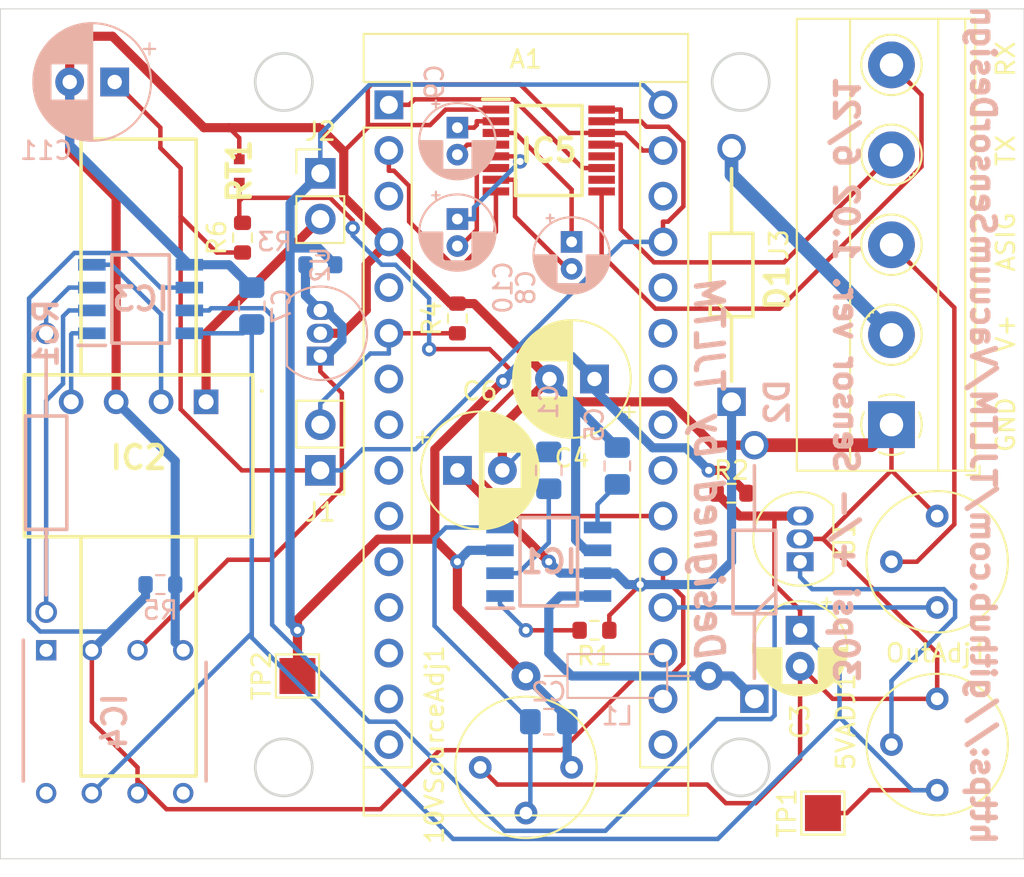
<source format=kicad_pcb>
(kicad_pcb (version 20211014) (generator pcbnew)
  (layers (0 "F.Cu" signal) (31 "B.Cu" signal) (34 "B.Paste" user) (35 "F.Paste" user) (36 "B.SilkS" user "B.Silkscreen") (37 "F.SilkS" user "F.Silkscreen") (38 "B.Mask" user) (39 "F.Mask" user) (44 "Edge.Cuts" user))
  (net 0 "")
  (net 1 "GND")
  (net 2 "Net-(C1-Pad1)")
  (net 3 "+10V")
  (net 4 "+VDC")
  (net 5 "Net-(10VSourceAdj1-Pad2)")
  (net 6 "Net-(IC1-Pad1)")
  (net 7 "Net-(D1-Pad2)")
  (net 8 "Net-(D2-Pad1)")
  (net 9 "Net-(IC2-Pad4)")
  (net 10 "Net-(IC2-Pad2)")
  (net 11 "Net-(IC2-Pad1)")
  (net 12 "+5V")
  (net 13 "Net-(C5-Pad1)")
  (net 14 "Net-(IC4-Pad3)")
  (net 15 "Net-(5VADJ1-Pad2)")
  (net 16 "Net-(A1-Pad27)")
  (net 17 "Net-(A1-Pad6)")
  (net 18 "Net-(A1-Pad20)")
  (net 19 "Net-(A1-Pad19)")
  (net 20 "Net-(A1-Pad2)")
  (net 21 "Net-(A1-Pad1)")
  (net 22 "Net-(C8-Pad2)")
  (net 23 "Net-(C8-Pad1)")
  (net 24 "Net-(C9-Pad2)")
  (net 25 "Net-(C9-Pad1)")
  (net 26 "Net-(C10-Pad2)")
  (net 27 "Net-(C10-Pad1)")
  (net 28 "Net-(IC3-Pad3)")
  (net 29 "Net-(IC3-Pad2)")
  (net 30 "Net-(IC5-Pad13)")
  (net 31 "Net-(IC5-Pad9)")
  (net 32 "Net-(J3-Pad3)")
  (net 33 "Net-(A1-Pad21)")
  (footprint "Capacitor_THT:CP_Radial_D5.0mm_P2.00mm" (layer "F.Cu") (at 120.65 114.3 -90)
    (fp_text reference "C3")
    (fp_text value "1uF")
  )
  (footprint "SamacSys_Parts:24PCDFA6D" (layer "F.Cu") (at 87.63 101.6)
    (fp_text reference "IC2")
    (fp_text value "24PCDFA6D" hide)
  )
  (footprint "Resistor_SMD:R_0603_1608Metric" (layer "F.Cu") (at 116.84 106.68 180)
    (fp_text reference "R2")
    (fp_text value "1k")
  )
  (footprint "Potentiometer_THT:Potentiometer_Bourns_3339P_Vertical" (layer "F.Cu") (at 128.27 123.19)
    (fp_text reference "5VADJ1")
    (fp_text value "20k")
  )
  (footprint "Potentiometer_THT:Potentiometer_Bourns_3339P_Vertical" (layer "F.Cu") (at 128.27 113.03)
    (fp_text reference "OutAdj1")
    (fp_text value "1M")
  )
  (footprint "Package_TO_SOT_THT:TO-92_Inline" (layer "F.Cu") (at 120.65 110.49 90)
    (fp_text reference "U1")
    (fp_text value "TL431LP")
  )
  (footprint "Capacitor_THT:CP_Radial_D6.3mm_P2.50mm" (layer "F.Cu") (at 109.22 100.33 180)
    (fp_text reference "C4")
    (fp_text value "120uf")
  )
  (footprint "Capacitor_THT:CP_Radial_D6.3mm_P2.50mm" (layer "F.Cu") (at 101.6 105.41)
    (fp_text reference "C6")
    (fp_text value "68uF")
  )
  (footprint "Potentiometer_THT:Potentiometer_Bourns_3339P_Vertical" (layer "F.Cu") (at 107.95 121.92 90)
    (fp_text reference "10VSourceAdj1")
    (fp_text value "10k")
  )
  (footprint "SamacSys_Parts:DIOAD1414W86L464D238" (layer "F.Cu") (at 116.84 101.6 90)
    (fp_text reference "D1")
    (fp_text value "1N5817" hide)
  )
  (footprint "Connector_PinHeader_2.54mm:PinHeader_1x02_P2.54mm_Vertical" (layer "F.Cu") (at 93.98 88.9)
    (fp_text reference "J2")
    (fp_text value "Conn_01x02")
  )
  (footprint "TestPoint:TestPoint_Pad_2.0x2.0mm" (layer "F.Cu") (at 92.71 116.84 90)
    (fp_text reference "TP2")
    (fp_text value "TestPoint")
  )
  (footprint "Resistor_SMD:R_0603_1608Metric" (layer "F.Cu") (at 109.22 114.3 180)
    (fp_text reference "R1")
    (fp_text value "10k")
  )
  (footprint "TestPoint:TestPoint_Pad_2.0x2.0mm" (layer "F.Cu") (at 121.92 124.46 90)
    (fp_text reference "TP1")
    (fp_text value "TestPoint")
  )
  (footprint "Module:Arduino_Nano" (layer "F.Cu") (at 97.79 85.09)
    (fp_text reference "A1")
    (fp_text value "Arduino_Nano_v3.x")
  )
  (footprint "SamacSys_Parts:SOP65P640X120-16N" (layer "F.Cu") (at 106.68 87.63)
    (fp_text reference "IC5")
    (fp_text value "SP3220EBEY-L_TR" hide)
  )
  (footprint "Connector_PinHeader_2.54mm:PinHeader_1x02_P2.54mm_Vertical" (layer "F.Cu") (at 93.98 105.41 180)
    (fp_text reference "J1")
    (fp_text value "Conn_01x02")
  )
  (footprint "TerminalBlock_Phoenix:TerminalBlock_Phoenix_MKDS-1,5-5_1x05_P5.00mm_Horizontal" (layer "F.Cu") (at 125.73 102.87 90)
    (fp_text reference "J3")
    (fp_text value "Screw_Terminal_01x05")
  )
  (footprint "Resistor_SMD:R_0603_1608Metric" (layer "F.Cu") (at 101.6 96.965 90)
    (fp_text reference "R4")
    (fp_text value "20k")
  )
  (footprint "Resistor_SMD:R_0603_1608Metric" (layer "F.Cu") (at 89.655 92.475 90)
    (fp_text reference "R6")
    (fp_text value "10k")
  )
  (footprint "SamacSys_Parts:THRMC1005X55N" (layer "F.Cu") (at 89.475 88.77 90)
    (fp_text reference "RT1")
    (fp_text value "NTCSP103JF103FT1S" hide)
  )
  (footprint "Capacitor_SMD:C_0805_2012Metric_Pad1.15x1.40mm_HandSolder" (layer "B.Cu") (at 90.17 96.275 90)
    (fp_text reference "C7")
    (fp_text value "100nF")
  )
  (footprint "SamacSys_Parts:SOIC127P600X175-8N" (layer "B.Cu") (at 83.991 95.885)
    (fp_text reference "IC3")
    (fp_text value "INA849DR" hide)
  )
  (footprint "SamacSys_Parts:DIP794W53P254L959H508Q8N" (layer "B.Cu") (at 82.55 119.38 -90)
    (fp_text reference "IC4")
    (fp_text value "TL071CP" hide)
  )
  (footprint "Resistor_SMD:R_0603_1608Metric" (layer "B.Cu") (at 93.98 93.98 180)
    (fp_text reference "R3")
    (fp_text value "1k")
  )
  (footprint "Resistor_SMD:R_0603_1608Metric" (layer "B.Cu") (at 85.09 111.76)
    (fp_text reference "R5")
    (fp_text value "10M")
  )
  (footprint "Package_TO_SOT_THT:TO-92_Inline" (layer "B.Cu") (at 93.98 99.06 90)
    (fp_text reference "U2")
    (fp_text value "TL431LP")
  )
  (footprint "Capacitor_SMD:C_0805_2012Metric_Pad1.15x1.40mm_HandSolder" (layer "B.Cu") (at 106.68 105.41 90)
    (fp_text reference "C1")
    (fp_text value "0.1uF")
  )
  (footprint "Capacitor_SMD:C_0805_2012Metric_Pad1.15x1.40mm_HandSolder" (layer "B.Cu") (at 106.68 119.38 180)
    (fp_text reference "C2")
    (fp_text value "33nF")
  )
  (footprint "Capacitor_SMD:C_0805_2012Metric_Pad1.15x1.40mm_HandSolder" (layer "B.Cu") (at 110.49 105.165 90)
    (fp_text reference "C5")
    (fp_text value "0.1uF")
  )
  (footprint "SamacSys_Parts:DIOAD1414W86L464D238" (layer "B.Cu") (at 118.11 118.11 90)
    (fp_text reference "D2")
    (fp_text value "1N5817" hide)
  )
  (footprint "SamacSys_Parts:SOIC127P600X175-8N" (layer "B.Cu") (at 106.68 110.49)
    (fp_text reference "IC1")
    (fp_text value "LM2597MX-ADJ_NOPB" hide)
  )
  (footprint "Inductor_THT:L_Axial_L5.3mm_D2.2mm_P10.16mm_Horizontal_Vishay_IM-1" (layer "B.Cu") (at 105.41 116.84)
    (fp_text reference "L1")
    (fp_text value "L")
  )
  (footprint "Capacitor_THT:CP_Radial_D4.0mm_P1.50mm" (layer "B.Cu") (at 107.95 92.71 -90)
    (fp_text reference "C8")
    (fp_text value "0.22uF")
  )
  (footprint "Capacitor_THT:CP_Radial_D4.0mm_P1.50mm" (layer "B.Cu") (at 101.6 86.36 -90)
    (fp_text reference "C9")
    (fp_text value "0.22uF")
  )
  (footprint "Capacitor_THT:CP_Radial_D4.0mm_P1.50mm" (layer "B.Cu") (at 101.6 91.44 -90)
    (fp_text reference "C10")
    (fp_text value "0.22uF")
  )
  (footprint "Capacitor_THT:CP_Radial_D6.3mm_P2.50mm" (layer "B.Cu") (at 82.55 83.82 180)
    (fp_text reference "C11")
    (fp_text value "0.1uF")
  )
  (footprint "SamacSys_Parts:RESAD1550W60L630D230" (layer "B.Cu") (at 78.74 97.79 -90)
    (fp_text reference "RG1")
    (fp_text value "YR1B665RCC" hide)
  )
  (gr_line (start 133.096 127) (end 133.096 79.756) (layer "Edge.Cuts") (width 0.05))
  (gr_line (start 76.2 79.756) (end 133.096 79.756) (layer "Edge.Cuts") (width 0.05))
  (gr_circle (center 91.948 121.92) (end 93.5355 121.92) (layer "Edge.Cuts") (width 0.15) (fill none))
  (gr_circle (center 91.948 83.82) (end 93.53804 83.82) (layer "Edge.Cuts") (width 0.15) (fill none))
  (gr_circle (center 117.348 83.82) (end 118.9355 83.82) (layer "Edge.Cuts") (width 0.15) (fill none))
  (gr_circle (center 117.348 121.92) (end 118.9355 121.92) (layer "Edge.Cuts") (width 0.15) (fill none))
  (gr_line (start 76.2 127) (end 76.2 79.756) (layer "Edge.Cuts") (width 0.05))
  (gr_line (start 76.2 127) (end 133.096 127) (layer "Edge.Cuts") (width 0.05))
  (gr_text "30psi +/- Sensor ver. 1.02 6/21" (at 123.19 100.33 -90) (layer "B.SilkS") (effects (font (size 1.27 1.27) (thickness 0.3)) (justify mirror)))
  (gr_text "Designed by TJLTM" (at 115.57 105.41 270) (layer "B.SilkS") (effects (font (size 1.5 1.5) (thickness 0.3) italic) (justify mirror)))
  (gr_text "https://github.com/TJLTM/VacuumSensorDesign" (at 130.81 102.87 -90) (layer "B.SilkS") (effects (font (size 1.27 1.27) (thickness 0.3)) (justify mirror)))
  (gr_text "ASIG" (at 132.08 92.71 90) (layer "F.SilkS") (effects (font (size 1 1))))
  (gr_text "TX" (at 132.08 87.63 90) (layer "F.SilkS") (effects (font (size 1 1))))
  (gr_text "RX" (at 132.08 82.55 90) (layer "F.SilkS") (effects (font (size 1 1))))
  (gr_text "V+" (at 132.08 97.79 90) (layer "F.SilkS") (effects (font (size 1 1))))
  (gr_text "GND" (at 132.08 102.87 90) (layer "F.SilkS") (effects (font (size 1 1))))
  (segment (start 89.475 86.935) (end 88.9 86.36) (width 0.25) (layer "F.Cu") (net 1))
  (segment (start 82.4272 81.28) (end 87.5072 86.36) (width 0.508) (layer "F.Cu") (net 1))
  (segment (start 121.92 109.22) (end 125.73 105.41) (width 0.25) (layer "F.Cu") (net 1))
  (segment (start 93.98 97.79) (end 95.238 97.79) (width 0.508) (layer "F.Cu") (net 1))
  (segment (start 103.825 122.875) (end 115.488 122.875) (width 0.25) (layer "F.Cu") (net 1))
  (segment (start 97.79 92.71) (end 95.284 90.204) (width 0.508) (layer "F.Cu") (net 1))
  (segment (start 124.59 104.01) (end 125.73 102.87) (width 0.762) (layer "F.Cu") (net 1))
  (segment (start 101.22 96.14) (end 97.79 92.71) (width 0.508) (layer "F.Cu") (net 1))
  (segment (start 96.6208 86.2154) (end 96.6208 84.1559) (width 0.25) (layer "F.Cu") (net 1))
  (segment (start 106.72 100.33) (end 102.53 96.14) (width 0.508) (layer "F.Cu") (net 1))
  (segment (start 118.179 123.91) (end 120.65 121.439) (width 0.25) (layer "F.Cu") (net 1))
  (segment (start 128.27 118.11) (end 122.46 118.11) (width 0.25) (layer "F.Cu") (net 1))
  (segment (start 80.05 83.82) (end 80.05 82.51) (width 0.508) (layer "F.Cu") (net 1))
  (segment (start 115.835 104.01) (end 118.11 104.01) (width 0.508) (layer "F.Cu") (net 1))
  (segment (start 107.789 86.655) (end 109.618 86.655) (width 0.25) (layer "F.Cu") (net 1))
  (segment (start 104.1 105.41) (end 104.1 102.95) (width 0.508) (layer "F.Cu") (net 1))
  (segment (start 80.05 82.51) (end 81.28 81.28) (width 0.508) (layer "F.Cu") (net 1))
  (segment (start 81.28 81.28) (end 82.4272 81.28) (width 0.508) (layer "F.Cu") (net 1))
  (segment (start 104.1 102.95) (end 106.72 100.33) (width 0.508) (layer "F.Cu") (net 1))
  (segment (start 113.03 87.63) (end 111.905 87.63) (width 0.25) (layer "F.Cu") (net 1))
  (segment (start 96.536 93.964) (end 97.79 92.71) (width 0.508) (layer "F.Cu") (net 1))
  (segment (start 102.87 121.92) (end 103.825 122.875) (width 0.25) (layer "F.Cu") (net 1))
  (segment (start 118.11 104.01) (end 124.59 104.01) (width 0.762) (layer "F.Cu") (net 1))
  (segment (start 89.475 88.12) (end 89.475 86.935) (width 0.25) (layer "F.Cu") (net 1))
  (segment (start 96.6208 86.35) (end 96.6208 86.2154) (width 0.25) (layer "F.Cu") (net 1))
  (segment (start 125.73 102.87) (end 125.73 105.41) (width 0.25) (layer "F.Cu") (net 1))
  (segment (start 116.523 123.91) (end 118.179 123.91) (width 0.25) (layer "F.Cu") (net 1))
  (segment (start 100.945 85.355) (end 103.742 85.355) (width 0.25) (layer "F.Cu") (net 1))
  (segment (start 96.6208 86.2154) (end 100.084 86.2154) (width 0.25) (layer "F.Cu") (net 1))
  (segment (start 113.425 101.6) (end 115.835 104.01) (width 0.508) (layer "F.Cu") (net 1))
  (segment (start 93.9572 86.36) (end 95.284 87.6868) (width 0.508) (layer "F.Cu") (net 1))
  (segment (start 80.05 87.67) (end 80.05 83.82) (width 0.508) (layer "F.Cu") (net 1))
  (segment (start 96.6208 84.1559) (end 96.8212 83.9555) (width 0.25) (layer "F.Cu") (net 1))
  (segment (start 82.63 90.25) (end 80.05 87.67) (width 0.508) (layer "F.Cu") (net 1))
  (segment (start 121.92 109.22) (end 120.65 109.22) (width 0.25) (layer "F.Cu") (net 1))
  (segment (start 106.72 100.33) (end 107.99 101.6) (width 0.508) (layer "F.Cu") (net 1))
  (segment (start 110.93 86.655) (end 109.618 86.655) (width 0.25) (layer "F.Cu") (net 1))
  (segment (start 101.6 96.14) (end 101.22 96.14) (width 0.508) (layer "F.Cu") (net 1))
  (segment (start 96.536 96.492) (end 96.536 93.964) (width 0.508) (layer "F.Cu") (net 1))
  (segment (start 87.5072 86.36) (end 88.9 86.36) (width 0.508) (layer "F.Cu") (net 1))
  (segment (start 82.59 101.56) (end 82.63 101.6) (width 0.508) (layer "F.Cu") (net 1))
  (segment (start 122.46 118.11) (end 120.65 116.3) (width 0.25) (layer "F.Cu") (net 1))
  (segment (start 107.99 101.6) (end 113.425 101.6) (width 0.508) (layer "F.Cu") (net 1))
  (segment (start 128.27 115.57) (end 121.92 109.22) (width 0.25) (layer "F.Cu") (net 1))
  (segment (start 88.9 86.36) (end 93.9572 86.36) (width 0.508) (layer "F.Cu") (net 1))
  (segment (start 128.27 118.11) (end 128.27 115.57) (width 0.25) (layer "F.Cu") (net 1))
  (segment (start 82.63 101.6) (end 82.63 90.25) (width 0.508) (layer "F.Cu") (net 1))
  (segment (start 111.905 87.63) (end 110.93 86.655) (width 0.25) (layer "F.Cu") (net 1))
  (segment (start 96.8212 83.9555) (end 105.09 83.9555) (width 0.25) (layer "F.Cu") (net 1))
  (segment (start 120.65 121.439) (end 120.65 116.3) (width 0.25) (layer "F.Cu") (net 1))
  (segment (start 102.53 96.14) (end 101.6 96.14) (width 0.508) (layer "F.Cu") (net 1))
  (segment (start 95.284 87.6868) (end 96.6208 86.35) (width 0.25) (layer "F.Cu") (net 1))
  (segment (start 125.73 105.41) (end 128.27 107.95) (width 0.25) (layer "F.Cu") (net 1))
  (segment (start 95.284 90.204) (end 95.284 87.6868) (width 0.508) (layer "F.Cu") (net 1))
  (segment (start 105.09 83.9555) (end 107.789 86.655) (width 0.25) (layer "F.Cu") (net 1))
  (segment (start 95.238 97.79) (end 96.536 96.492) (width 0.508) (layer "F.Cu") (net 1))
  (segment (start 115.488 122.875) (end 116.523 123.91) (width 0.25) (layer "F.Cu") (net 1))
  (segment (start 100.084 86.2154) (end 100.945 85.355) (width 0.25) (layer "F.Cu") (net 1))
  (segment (start 108.173 101.823) (end 110.49 104.14) (width 0.508) (layer "B.Cu") (net 1))
  (segment (start 110.49 104.1) (end 108.173 101.783) (width 0.25) (layer "B.Cu") (net 1))
  (segment (start 108.173 101.783) (end 108.173 101.823) (width 0.508) (layer "B.Cu") (net 1))
  (segment (start 85.915 111.76) (end 85.915 104.885) (width 0.508) (layer "B.Cu") (net 1))
  (segment (start 106.72 100.33) (end 108.173 101.783) (width 0.508) (layer "B.Cu") (net 1))
  (segment (start 80.05 83.82) (end 80.05 87.328) (width 0.508) (layer "B.Cu") (net 1))
  (segment (start 85.915 104.885) (end 82.63 101.6) (width 0.508) (layer "B.Cu") (net 1))
  (segment (start 108.173 101.783) (end 106.72 100.33) (width 0.25) (layer "B.Cu") (net 1))
  (segment (start 86.702 93.98) (end 88.9 93.98) (width 0.508) (layer "B.Cu") (net 1))
  (segment (start 85.915 111.76) (end 85.915 114.965) (width 0.508) (layer "B.Cu") (net 1))
  (segment (start 108.173 109.273) (end 108.755 109.855) (width 0.508) (layer "B.Cu") (net 1))
  (segment (start 80.05 87.328) (end 86.702 93.98) (width 0.508) (layer "B.Cu") (net 1))
  (segment (start 85.915 114.965) (end 86.36 115.41) (width 0.508) (layer "B.Cu") (net 1))
  (segment (start 106.68 104.385) (end 105.125 104.385) (width 0.25) (layer "B.Cu") (net 1))
  (segment (start 108.173 101.823) (end 108.173 109.273) (width 0.508) (layer "B.Cu") (net 1))
  (segment (start 108.173 101.783) (end 108.173 101.823) (width 0.508) (layer "B.Cu") (net 1))
  (segment (start 108.755 109.855) (end 109.391 109.855) (width 0.508) (layer "B.Cu") (net 1))
  (segment (start 110.49 104.14) (end 110.49 104.1) (width 0.25) (layer "B.Cu") (net 1))
  (segment (start 105.125 104.385) (end 104.1 105.41) (width 0.25) (layer "B.Cu") (net 1))
  (segment (start 88.9 93.98) (end 90.17 95.25) (width 0.508) (layer "B.Cu") (net 1))
  (segment (start 106.68 106.435) (end 106.68 109.428) (width 0.25) (layer "B.Cu") (net 2))
  (segment (start 106.68 109.428) (end 104.983 111.125) (width 0.25) (layer "B.Cu") (net 2))
  (segment (start 104.983 111.125) (end 103.969 111.125) (width 0.25) (layer "B.Cu") (net 2))
  (segment (start 97.1881 109.236) (end 92.71 113.714) (width 0.508) (layer "F.Cu") (net 3))
  (segment (start 100.346 109.236) (end 100.346 104.247) (width 0.508) (layer "F.Cu") (net 3))
  (segment (start 100.346 104.247) (end 104.14 100.453) (width 0.508) (layer "F.Cu") (net 3))
  (segment (start 100.346 109.236) (end 97.1881 109.236) (width 0.508) (layer "F.Cu") (net 3))
  (segment (start 105.41 116.84) (end 101.6 113.03) (width 0.508) (layer "F.Cu") (net 3))
  (segment (start 101.6 113.03) (end 101.6 110.49) (width 0.508) (layer "F.Cu") (net 3))
  (segment (start 116.395 105.41) (end 115.57 105.41) (width 0.508) (layer "F.Cu") (net 3))
  (segment (start 101.6 110.49) (end 100.346 109.236) (width 0.508) (layer "F.Cu") (net 3))
  (segment (start 92.71 114.3) (end 92.71 116.84) (width 0.508) (layer "F.Cu") (net 3))
  (segment (start 92.71 113.714) (end 92.71 114.3) (width 0.508) (layer "F.Cu") (net 3))
  (segment (start 117.665 106.68) (end 116.395 105.41) (width 0.508) (layer "F.Cu") (net 3))
  (via (at 92.71 114.3) (size 0.8) (drill 0.4) (layers "F.Cu" "B.Cu") (net 3))
  (via (at 104.14 100.453) (size 0.8) (drill 0.4) (layers "F.Cu" "B.Cu") (net 3))
  (via (at 101.6 110.49) (size 0.8) (drill 0.4) (layers "F.Cu" "B.Cu") (net 3))
  (via (at 115.57 105.41) (size 0.8) (drill 0.4) (layers "F.Cu" "B.Cu") (net 3))
  (segment (start 107.705 119.135) (end 105.41 116.84) (width 0.508) (layer "B.Cu") (net 3))
  (segment (start 107.705 121.675) (end 107.95 121.92) (width 0.508) (layer "B.Cu") (net 3))
  (segment (start 105.517 99.076) (end 104.14 100.453) (width 0.508) (layer "B.Cu") (net 3))
  (segment (start 92.71 114.3) (end 92.301 113.891) (width 0.508) (layer "B.Cu") (net 3))
  (segment (start 92.301 113.891) (end 92.301 93.119) (width 0.508) (layer "B.Cu") (net 3))
  (segment (start 103.969 109.855) (end 102.235 109.855) (width 0.508) (layer "B.Cu") (net 3))
  (segment (start 92.301 93.119) (end 92.301 90.579) (width 0.508) (layer "B.Cu") (net 3))
  (segment (start 111.905 83.965) (end 96.73 83.965) (width 0.25) (layer "B.Cu") (net 3))
  (segment (start 92.301 90.579) (end 93.98 88.9) (width 0.508) (layer "B.Cu") (net 3))
  (segment (start 102.235 109.855) (end 101.6 110.49) (width 0.508) (layer "B.Cu") (net 3))
  (segment (start 92.369 93.051) (end 92.301 93.119) (width 0.508) (layer "B.Cu") (net 3))
  (segment (start 107.966 99.076) (end 105.517 99.076) (width 0.508) (layer "B.Cu") (net 3))
  (segment (start 109.22 100.33) (end 107.966 99.076) (width 0.508) (layer "B.Cu") (net 3))
  (segment (start 93.876 93.051) (end 92.369 93.051) (width 0.508) (layer "B.Cu") (net 3))
  (segment (start 94.805 93.98) (end 93.876 93.051) (width 0.508) (layer "B.Cu") (net 3))
  (segment (start 112.46 104.156) (end 114.316 104.156) (width 0.508) (layer "B.Cu") (net 3))
  (segment (start 96.73 83.965) (end 93.98 86.715) (width 0.25) (layer "B.Cu") (net 3))
  (segment (start 107.705 119.38) (end 107.705 121.675) (width 0.508) (layer "B.Cu") (net 3))
  (segment (start 109.22 100.33) (end 109.22 100.916) (width 0.508) (layer "B.Cu") (net 3))
  (segment (start 109.22 100.916) (end 112.46 104.156) (width 0.508) (layer "B.Cu") (net 3))
  (segment (start 107.705 119.38) (end 107.705 119.135) (width 0.508) (layer "B.Cu") (net 3))
  (segment (start 113.03 85.09) (end 111.905 83.965) (width 0.25) (layer "B.Cu") (net 3))
  (segment (start 93.98 86.715) (end 93.98 88.9) (width 0.25) (layer "B.Cu") (net 3))
  (segment (start 114.316 104.156) (end 115.57 105.41) (width 0.508) (layer "B.Cu") (net 3))
  (segment (start 110.045 113.475) (end 111.76 111.76) (width 0.25) (layer "F.Cu") (net 4))
  (segment (start 110.045 114.3) (end 110.045 113.475) (width 0.25) (layer "F.Cu") (net 4))
  (segment (start 101.6 105.41) (end 106.68 110.49) (width 0.508) (layer "F.Cu") (net 4))
  (via (at 111.76 111.76) (size 0.8) (drill 0.4) (layers "F.Cu" "B.Cu") (net 4))
  (via (at 106.68 110.49) (size 0.8) (drill 0.4) (layers "F.Cu" "B.Cu") (net 4))
  (segment (start 111.04 111.76) (end 111.76 111.76) (width 0.508) (layer "B.Cu") (net 4))
  (segment (start 115.57 111.76) (end 116.84 110.49) (width 0.508) (layer "B.Cu") (net 4))
  (segment (start 106.68 110.49) (end 107.315 111.125) (width 0.508) (layer "B.Cu") (net 4))
  (segment (start 116.84 110.49) (end 116.84 101.6) (width 0.508) (layer "B.Cu") (net 4))
  (segment (start 110.405 111.125) (end 111.04 111.76) (width 0.508) (layer "B.Cu") (net 4))
  (segment (start 111.76 111.76) (end 115.57 111.76) (width 0.508) (layer "B.Cu") (net 4))
  (segment (start 107.315 111.125) (end 109.391 111.125) (width 0.508) (layer "B.Cu") (net 4))
  (segment (start 109.391 111.125) (end 110.405 111.125) (width 0.508) (layer "B.Cu") (net 4))
  (segment (start 100.965 108.585) (end 100.33 109.22) (width 0.25) (layer "B.Cu") (net 5))
  (segment (start 103.969 108.585) (end 100.965 108.585) (width 0.25) (layer "B.Cu") (net 5))
  (segment (start 100.33 114.055) (end 105.655 119.38) (width 0.25) (layer "B.Cu") (net 5))
  (segment (start 105.655 124.215) (end 105.41 124.46) (width 0.25) (layer "B.Cu") (net 5))
  (segment (start 100.33 109.22) (end 100.33 114.055) (width 0.25) (layer "B.Cu") (net 5))
  (segment (start 105.655 119.38) (end 105.655 124.215) (width 0.25) (layer "B.Cu") (net 5))
  (segment (start 105.41 114.3) (end 108.395 114.3) (width 0.25) (layer "F.Cu") (net 6))
  (segment (start 108.224 114.129) (end 108.395 114.3) (width 0.25) (layer "F.Cu") (net 6))
  (via (at 105.41 114.3) (size 0.8) (drill 0.4) (layers "F.Cu" "B.Cu") (net 6))
  (segment (start 103.969 112.859) (end 105.41 114.3) (width 0.25) (layer "B.Cu") (net 6))
  (segment (start 103.969 112.395) (end 103.969 112.859) (width 0.25) (layer "B.Cu") (net 6))
  (segment (start 116.84 88.98) (end 116.84 87.5) (width 0.762) (layer "B.Cu") (net 7))
  (segment (start 125.73 97.87) (end 116.84 88.98) (width 0.762) (layer "B.Cu") (net 7))
  (segment (start 109.391 112.395) (end 107.315 112.395) (width 0.508) (layer "B.Cu") (net 8))
  (segment (start 115.57 116.84) (end 116.84 116.84) (width 0.508) (layer "B.Cu") (net 8))
  (segment (start 106.68 113.03) (end 106.68 115.57) (width 0.508) (layer "B.Cu") (net 8))
  (segment (start 107.315 112.395) (end 106.68 113.03) (width 0.508) (layer "B.Cu") (net 8))
  (segment (start 106.68 115.57) (end 107.95 116.84) (width 0.508) (layer "B.Cu") (net 8))
  (segment (start 107.95 116.84) (end 115.57 116.84) (width 0.508) (layer "B.Cu") (net 8))
  (segment (start 116.84 116.84) (end 118.11 118.11) (width 0.508) (layer "B.Cu") (net 8))
  (segment (start 80.1907 97.79) (end 81.28 97.79) (width 0.25) (layer "B.Cu") (net 9))
  (segment (start 80.13 101.6) (end 80.13 97.8507) (width 0.25) (layer "B.Cu") (net 9))
  (segment (start 80.13 97.8507) (end 80.1907 97.79) (width 0.25) (layer "B.Cu") (net 9))
  (segment (start 82.3693 93.98) (end 81.28 93.98) (width 0.25) (layer "B.Cu") (net 10))
  (segment (start 85.13 101.6) (end 85.13 96.7407) (width 0.25) (layer "B.Cu") (net 10))
  (segment (start 85.13 96.7407) (end 82.3693 93.98) (width 0.25) (layer "B.Cu") (net 10))
  (segment (start 87.63 97.79) (end 93.98 91.44) (width 0.508) (layer "F.Cu") (net 11))
  (segment (start 87.63 101.6) (end 87.63 97.79) (width 0.508) (layer "F.Cu") (net 11))
  (segment (start 124.515 123.19) (end 123.245 124.46) (width 0.25) (layer "F.Cu") (net 12))
  (segment (start 117.285 107.95) (end 119.224 107.95) (width 0.508) (layer "F.Cu") (net 12))
  (segment (start 123.245 124.46) (end 121.92 124.46) (width 0.25) (layer "F.Cu") (net 12))
  (segment (start 116.015 106.68) (end 117.285 107.95) (width 0.508) (layer "F.Cu") (net 12))
  (segment (start 119.224 107.95) (end 120.65 107.95) (width 0.508) (layer "F.Cu") (net 12))
  (segment (start 120.65 113.175) (end 119.224 111.749) (width 0.25) (layer "F.Cu") (net 12))
  (segment (start 120.65 114.3) (end 120.65 113.175) (width 0.25) (layer "F.Cu") (net 12))
  (segment (start 119.224 111.749) (end 119.224 107.95) (width 0.25) (layer "F.Cu") (net 12))
  (segment (start 128.27 123.19) (end 124.515 123.19) (width 0.25) (layer "F.Cu") (net 12))
  (segment (start 86.702 97.79) (end 89.68 97.79) (width 0.25) (layer "B.Cu") (net 12))
  (segment (start 116.076 125.898) (end 122.842 119.133) (width 0.25) (layer "B.Cu") (net 12))
  (segment (start 90.17 114.46) (end 90.17 97.3) (width 0.25) (layer "B.Cu") (net 12))
  (segment (start 128.27 123.19) (end 126.899 123.19) (width 0.25) (layer "B.Cu") (net 12))
  (segment (start 90.17 114.706) (end 101.363 125.898) (width 0.25) (layer "B.Cu") (net 12))
  (segment (start 89.68 97.79) (end 90.17 97.3) (width 0.25) (layer "B.Cu") (net 12))
  (segment (start 122.842 116.492) (end 120.65 114.3) (width 0.25) (layer "B.Cu") (net 12))
  (segment (start 101.363 125.898) (end 116.076 125.898) (width 0.25) (layer "B.Cu") (net 12))
  (segment (start 81.28 123.35) (end 90.17 114.46) (width 0.25) (layer "B.Cu") (net 12))
  (segment (start 126.899 123.19) (end 122.842 119.133) (width 0.25) (layer "B.Cu") (net 12))
  (segment (start 122.842 119.133) (end 122.842 116.492) (width 0.25) (layer "B.Cu") (net 12))
  (segment (start 90.17 114.46) (end 90.17 114.706) (width 0.25) (layer "B.Cu") (net 12))
  (segment (start 109.391 108.585) (end 109.391 107.289) (width 0.25) (layer "B.Cu") (net 13))
  (segment (start 109.391 107.289) (end 110.49 106.19) (width 0.25) (layer "B.Cu") (net 13))
  (segment (start 93.98 99.06) (end 93.98 99.9103) (width 0.25) (layer "F.Cu") (net 14))
  (segment (start 91.1973 110.378) (end 88.8519 110.378) (width 0.25) (layer "F.Cu") (net 14))
  (segment (start 95.1792 106.396) (end 91.1973 110.378) (width 0.25) (layer "F.Cu") (net 14))
  (segment (start 93.98 99.9103) (end 95.1792 101.11) (width 0.25) (layer "F.Cu") (net 14))
  (segment (start 95.1792 101.11) (end 95.1792 106.396) (width 0.25) (layer "F.Cu") (net 14))
  (segment (start 88.8519 110.378) (end 83.82 115.41) (width 0.25) (layer "F.Cu") (net 14))
  (segment (start 93.155 93.98) (end 93.155 95.695) (width 0.508) (layer "B.Cu") (net 14))
  (segment (start 95.184 98.1955) (end 94.3195 99.06) (width 0.508) (layer "B.Cu") (net 14))
  (segment (start 95.184 97.3845) (end 95.184 98.1955) (width 0.508) (layer "B.Cu") (net 14))
  (segment (start 94.3195 96.52) (end 95.184 97.3845) (width 0.508) (layer "B.Cu") (net 14))
  (segment (start 93.155 95.695) (end 93.98 96.52) (width 0.508) (layer "B.Cu") (net 14))
  (segment (start 94.3195 99.06) (end 93.98 99.06) (width 0.508) (layer "B.Cu") (net 14))
  (segment (start 93.98 96.52) (end 94.3195 96.52) (width 0.508) (layer "B.Cu") (net 14))
  (segment (start 121.322 112.013) (end 120.65 111.34) (width 0.25) (layer "B.Cu") (net 15))
  (segment (start 125.73 117.111) (end 129.265 113.576) (width 0.25) (layer "B.Cu") (net 15))
  (segment (start 120.65 111.34) (end 120.65 110.49) (width 0.25) (layer "B.Cu") (net 15))
  (segment (start 129.265 112.635) (end 128.643 112.013) (width 0.25) (layer "B.Cu") (net 15))
  (segment (start 129.265 113.576) (end 129.265 112.635) (width 0.25) (layer "B.Cu") (net 15))
  (segment (start 125.73 120.65) (end 125.73 117.111) (width 0.25) (layer "B.Cu") (net 15))
  (segment (start 128.643 112.013) (end 121.322 112.013) (width 0.25) (layer "B.Cu") (net 15))
  (segment (start 86.2153 91.2953) (end 86.2153 88.6106) (width 0.25) (layer "F.Cu") (net 16))
  (segment (start 110.681 85.355) (end 109.618 85.355) (width 0.25) (layer "F.Cu") (net 16))
  (segment (start 93.98 105.41) (end 89.6149 105.41) (width 0.25) (layer "F.Cu") (net 16))
  (segment (start 113.03 91.5847) (end 113.311 91.5847) (width 0.25) (layer "F.Cu") (net 16))
  (segment (start 86.2153 88.6106) (end 85.09 87.4853) (width 0.25) (layer "F.Cu") (net 16))
  (segment (start 110.681 86.005) (end 110.681 85.355) (width 0.25) (layer "F.Cu") (net 16))
  (segment (start 88.22 93.3) (end 86.2153 91.2953) (width 0.25) (layer "F.Cu") (net 16))
  (segment (start 86.2153 102.01) (end 86.2153 91.2953) (width 0.25) (layer "F.Cu") (net 16))
  (segment (start 112.109 86.3087) (end 111.805 86.005) (width 0.25) (layer "F.Cu") (net 16))
  (segment (start 113.314 86.3087) (end 112.109 86.3087) (width 0.25) (layer "F.Cu") (net 16))
  (segment (start 85.09 86.36) (end 82.55 83.82) (width 0.25) (layer "F.Cu") (net 16))
  (segment (start 114.163 90.7333) (end 114.163 87.1571) (width 0.25) (layer "F.Cu") (net 16))
  (segment (start 113.03 92.71) (end 113.03 91.5847) (width 0.25) (layer "F.Cu") (net 16))
  (segment (start 89.6149 105.41) (end 86.2153 102.01) (width 0.25) (layer "F.Cu") (net 16))
  (segment (start 113.311 91.5847) (end 114.163 90.7333) (width 0.25) (layer "F.Cu") (net 16))
  (segment (start 111.805 86.005) (end 110.681 86.005) (width 0.25) (layer "F.Cu") (net 16))
  (segment (start 85.09 87.4853) (end 85.09 86.36) (width 0.25) (layer "F.Cu") (net 16))
  (segment (start 89.655 93.3) (end 88.22 93.3) (width 0.25) (layer "F.Cu") (net 16))
  (segment (start 114.163 87.1571) (end 113.314 86.3087) (width 0.25) (layer "F.Cu") (net 16))
  (segment (start 110.681 86.005) (end 109.618 86.005) (width 0.25) (layer "F.Cu") (net 16))
  (segment (start 99.2751 104.235) (end 96.3306 104.235) (width 0.25) (layer "B.Cu") (net 16))
  (segment (start 110.8 92.71) (end 99.2751 104.235) (width 0.25) (layer "B.Cu") (net 16))
  (segment (start 95.1553 105.41) (end 93.98 105.41) (width 0.25) (layer "B.Cu") (net 16))
  (segment (start 96.3306 104.235) (end 95.1553 105.41) (width 0.25) (layer "B.Cu") (net 16))
  (segment (start 113.03 92.71) (end 110.8 92.71) (width 0.25) (layer "B.Cu") (net 16))
  (segment (start 97.79 97.79) (end 101.6 97.79) (width 0.25) (layer "F.Cu") (net 17))
  (segment (start 97.79 97.79) (end 97.79 98.9153) (width 0.25) (layer "B.Cu") (net 17))
  (segment (start 93.98 101.695) (end 93.98 102.87) (width 0.25) (layer "B.Cu") (net 17))
  (segment (start 97.79 98.9153) (end 96.7594 98.9153) (width 0.25) (layer "B.Cu") (net 17))
  (segment (start 96.7594 98.9153) (end 93.98 101.695) (width 0.25) (layer "B.Cu") (net 17))
  (segment (start 97.3269 124.246) (end 100.608 120.965) (width 0.25) (layer "F.Cu") (net 18))
  (segment (start 81.28 115.41) (end 81.28 119.38) (width 0.25) (layer "F.Cu") (net 18))
  (segment (start 85.4306 124.246) (end 97.3269 124.246) (width 0.25) (layer "F.Cu") (net 18))
  (segment (start 113.436 116.84) (end 114.155 116.121) (width 0.25) (layer "F.Cu") (net 18))
  (segment (start 107.407 120.965) (end 111.532 116.84) (width 0.25) (layer "F.Cu") (net 18))
  (segment (start 113.311 111.615) (end 113.03 111.615) (width 0.25) (layer "F.Cu") (net 18))
  (segment (start 114.155 116.121) (end 114.155 112.459) (width 0.25) (layer "F.Cu") (net 18))
  (segment (start 81.28 119.38) (end 83.82 121.92) (width 0.25) (layer "F.Cu") (net 18))
  (segment (start 113.03 111.615) (end 113.03 110.49) (width 0.25) (layer "F.Cu") (net 18))
  (segment (start 83.82 121.92) (end 83.82 122.635) (width 0.25) (layer "F.Cu") (net 18))
  (segment (start 100.608 120.965) (end 107.407 120.965) (width 0.25) (layer "F.Cu") (net 18))
  (segment (start 83.82 122.635) (end 85.4306 124.246) (width 0.25) (layer "F.Cu") (net 18))
  (segment (start 114.155 112.459) (end 113.311 111.615) (width 0.25) (layer "F.Cu") (net 18))
  (segment (start 111.532 116.84) (end 113.436 116.84) (width 0.25) (layer "F.Cu") (net 18))
  (segment (start 83.82 122.635) (end 83.82 123.35) (width 0.25) (layer "F.Cu") (net 18))
  (segment (start 77.7909 95.8499) (end 80.3142 93.3266) (width 0.25) (layer "B.Cu") (net 18))
  (segment (start 84.265 111.76) (end 84.265 112.425) (width 0.508) (layer "B.Cu") (net 18))
  (segment (start 85.0949 95.25) (end 86.702 95.25) (width 0.25) (layer "B.Cu") (net 18))
  (segment (start 78.4072 114.368) (end 77.7909 113.751) (width 0.25) (layer "B.Cu") (net 18))
  (segment (start 84.265 112.425) (end 82.3225 114.368) (width 0.508) (layer "B.Cu") (net 18))
  (segment (start 80.3142 93.3266) (end 83.1715 93.3266) (width 0.25) (layer "B.Cu") (net 18))
  (segment (start 83.1715 93.3266) (end 85.0949 95.25) (width 0.25) (layer "B.Cu") (net 18))
  (segment (start 82.3225 114.368) (end 78.4072 114.368) (width 0.25) (layer "B.Cu") (net 18))
  (segment (start 77.7909 113.751) (end 77.7909 95.8499) (width 0.25) (layer "B.Cu") (net 18))
  (segment (start 82.3225 114.368) (end 81.28 115.41) (width 0.508) (layer "B.Cu") (net 18))
  (segment (start 119.234 119.028) (end 119.234 113.03) (width 0.25) (layer "B.Cu") (net 19))
  (segment (start 109.825 125.448) (end 116.037 119.236) (width 0.25) (layer "B.Cu") (net 19))
  (segment (start 119.026 119.236) (end 119.234 119.028) (width 0.25) (layer "B.Cu") (net 19))
  (segment (start 96.6896 119.38) (end 98.1613 119.38) (width 0.25) (layer "B.Cu") (net 19))
  (segment (start 91.3021 113.992) (end 96.6896 119.38) (width 0.25) (layer "B.Cu") (net 19))
  (segment (start 119.234 113.03) (end 113.03 113.03) (width 0.25) (layer "B.Cu") (net 19))
  (segment (start 86.702 96.52) (end 87.7913 96.52) (width 0.25) (layer "B.Cu") (net 19))
  (segment (start 91.3021 96.8232) (end 91.3021 113.992) (width 0.25) (layer "B.Cu") (net 19))
  (segment (start 87.7913 96.52) (end 87.9138 96.3975) (width 0.25) (layer "B.Cu") (net 19))
  (segment (start 128.27 113.03) (end 119.234 113.03) (width 0.25) (layer "B.Cu") (net 19))
  (segment (start 98.1613 119.38) (end 104.229 125.448) (width 0.25) (layer "B.Cu") (net 19))
  (segment (start 116.037 119.236) (end 119.026 119.236) (width 0.25) (layer "B.Cu") (net 19))
  (segment (start 87.9138 96.3975) (end 90.8764 96.3975) (width 0.25) (layer "B.Cu") (net 19))
  (segment (start 90.8764 96.3975) (end 91.3021 96.8232) (width 0.25) (layer "B.Cu") (net 19))
  (segment (start 104.229 125.448) (end 109.825 125.448) (width 0.25) (layer "B.Cu") (net 19))
  (segment (start 97.79 87.63) (end 97.79 88.7553) (width 0.25) (layer "F.Cu") (net 20))
  (segment (start 103.742 92.1403) (end 103.742 89.905) (width 0.25) (layer "F.Cu") (net 20))
  (segment (start 97.79 88.7553) (end 98.0714 88.7553) (width 0.25) (layer "F.Cu") (net 20))
  (segment (start 98.0714 88.7553) (end 98.9153 89.5992) (width 0.25) (layer "F.Cu") (net 20))
  (segment (start 98.9153 89.5992) (end 98.9153 91.5804) (width 0.25) (layer "F.Cu") (net 20))
  (segment (start 102.013 93.8697) (end 103.742 92.1403) (width 0.25) (layer "F.Cu") (net 20))
  (segment (start 101.205 93.8697) (end 102.013 93.8697) (width 0.25) (layer "F.Cu") (net 20))
  (segment (start 98.9153 91.5804) (end 101.205 93.8697) (width 0.25) (layer "F.Cu") (net 20))
  (segment (start 109.618 88.605) (end 108.555 88.605) (width 0.25) (layer "F.Cu") (net 21))
  (segment (start 98.9153 85.09) (end 97.79 85.09) (width 0.25) (layer "F.Cu") (net 21))
  (segment (start 108.555 88.605) (end 104.737 84.787) (width 0.25) (layer "F.Cu") (net 21))
  (segment (start 99.2183 84.787) (end 98.9153 85.09) (width 0.25) (layer "F.Cu") (net 21))
  (segment (start 104.737 84.787) (end 99.2183 84.787) (width 0.25) (layer "F.Cu") (net 21))
  (segment (start 104.805 89.255) (end 103.742 89.255) (width 0.25) (layer "F.Cu") (net 22))
  (segment (start 107.719 94.21) (end 104.805 91.2961) (width 0.25) (layer "F.Cu") (net 22))
  (segment (start 104.805 91.2961) (end 104.805 89.255) (width 0.25) (layer "F.Cu") (net 22))
  (segment (start 107.95 94.21) (end 107.719 94.21) (width 0.25) (layer "F.Cu") (net 22))
  (segment (start 107.95 89.8002) (end 107.95 92.71) (width 0.25) (layer "F.Cu") (net 23))
  (segment (start 103.742 86.655) (end 104.805 86.655) (width 0.25) (layer "F.Cu") (net 23))
  (segment (start 104.805 86.655) (end 107.95 89.8002) (width 0.25) (layer "F.Cu") (net 23))
  (segment (start 101.6 87.86) (end 102.155 87.305) (width 0.25) (layer "F.Cu") (net 24))
  (segment (start 102.155 87.305) (end 103.742 87.305) (width 0.25) (layer "F.Cu") (net 24))
  (segment (start 101.6 86.36) (end 102.525 86.36) (width 0.25) (layer "F.Cu") (net 25))
  (segment (start 102.679 86.005) (end 103.742 86.005) (width 0.25) (layer "F.Cu") (net 25))
  (segment (start 102.679 86.2061) (end 102.679 86.005) (width 0.25) (layer "F.Cu") (net 25))
  (segment (start 102.525 86.36) (end 102.679 86.2061) (width 0.25) (layer "F.Cu") (net 25))
  (segment (start 102.679 92.0371) (end 102.679 88.605) (width 0.25) (layer "F.Cu") (net 26))
  (segment (start 101.6 92.94) (end 101.776 92.94) (width 0.25) (layer "F.Cu") (net 26))
  (segment (start 101.776 92.94) (end 102.679 92.0371) (width 0.25) (layer "F.Cu") (net 26))
  (segment (start 102.679 88.605) (end 103.742 88.605) (width 0.25) (layer "F.Cu") (net 26))
  (segment (start 103.742 87.955) (end 104.805 87.955) (width 0.25) (layer "F.Cu") (net 27))
  (segment (start 104.805 87.955) (end 105.087 88.2368) (width 0.25) (layer "F.Cu") (net 27))
  (via (at 105.087 88.2368) (size 0.8) (drill 0.4) (layers "F.Cu" "B.Cu") (net 27))
  (segment (start 102.525 90.7981) (end 105.087 88.2368) (width 0.25) (layer "B.Cu") (net 27))
  (segment (start 101.6 91.44) (end 102.525 91.44) (width 0.25) (layer "B.Cu") (net 27))
  (segment (start 102.525 91.44) (end 102.525 90.7981) (width 0.25) (layer "B.Cu") (net 27))
  (segment (start 78.74 96.52) (end 80.01 95.25) (width 0.25) (layer "B.Cu") (net 28))
  (segment (start 80.01 95.25) (end 81.28 95.25) (width 0.25) (layer "B.Cu") (net 28))
  (segment (start 78.74 97.79) (end 78.74 96.52) (width 0.25) (layer "B.Cu") (net 28))
  (segment (start 79.68 100.592) (end 79.68 96.85) (width 0.25) (layer "B.Cu") (net 29))
  (segment (start 80.01 96.52) (end 81.28 96.52) (width 0.25) (layer "B.Cu") (net 29))
  (segment (start 78.74 101.532) (end 79.68 100.592) (width 0.25) (layer "B.Cu") (net 29))
  (segment (start 79.68 96.85) (end 80.01 96.52) (width 0.25) (layer "B.Cu") (net 29))
  (segment (start 78.74 113.29) (end 78.74 101.532) (width 0.25) (layer "B.Cu") (net 29))
  (segment (start 119.752 93.8477) (end 112.531 93.8477) (width 0.25) (layer "F.Cu") (net 30))
  (segment (start 112.531 93.8477) (end 110.681 91.9974) (width 0.25) (layer "F.Cu") (net 30))
  (segment (start 125.73 87.87) (end 119.752 93.8477) (width 0.25) (layer "F.Cu") (net 30))
  (segment (start 110.681 91.9974) (end 110.681 87.305) (width 0.25) (layer "F.Cu") (net 30))
  (segment (start 110.681 87.305) (end 109.618 87.305) (width 0.25) (layer "F.Cu") (net 30))
  (segment (start 127.398 84.5375) (end 127.398 88.5243) (width 0.25) (layer "F.Cu") (net 31))
  (segment (start 119.499 96.423) (end 112.604 96.423) (width 0.25) (layer "F.Cu") (net 31))
  (segment (start 109.618 93.4369) (end 109.618 89.905) (width 0.25) (layer "F.Cu") (net 31))
  (segment (start 127.398 88.5243) (end 119.499 96.423) (width 0.25) (layer "F.Cu") (net 31))
  (segment (start 112.604 96.423) (end 109.618 93.4369) (width 0.25) (layer "F.Cu") (net 31))
  (segment (start 125.73 82.87) (end 127.398 84.5375) (width 0.25) (layer "F.Cu") (net 31))
  (segment (start 129.225 108.408) (end 129.225 96.365) (width 0.25) (layer "F.Cu") (net 32))
  (segment (start 125.73 110.49) (end 127.143 110.49) (width 0.25) (layer "F.Cu") (net 32))
  (segment (start 129.225 96.365) (end 125.73 92.87) (width 0.25) (layer "F.Cu") (net 32))
  (segment (start 127.143 110.49) (end 129.225 108.408) (width 0.25) (layer "F.Cu") (net 32))
  (segment (start 104.9594 107.95) (end 113.03 107.95) (width 0.25) (layer "F.Cu") (net 33))
  (segment (start 95.7791 91.5185) (end 95.7791 91.9358) (width 0.25) (layer "F.Cu") (net 33))
  (segment (start 100.0313 98.6695) (end 103.3915 98.6695) (width 0.25) (layer "F.Cu") (net 33))
  (segment (start 89.475 90.445) (end 89.6598 90.2602) (width 0.25) (layer "F.Cu") (net 33))
  (segment (start 89.475 90.445) (end 89.475 91.47) (width 0.25) (layer "F.Cu") (net 33))
  (segment (start 103.3915 98.6695) (end 104.884 100.162) (width 0.25) (layer "F.Cu") (net 33))
  (segment (start 104.884 100.162) (end 104.884 100.8247) (width 0.25) (layer "F.Cu") (net 33))
  (segment (start 89.6598 90.2602) (end 94.5208 90.2602) (width 0.25) (layer "F.Cu") (net 33))
  (segment (start 104.884 100.8247) (end 102.9649 102.7438) (width 0.25) (layer "F.Cu") (net 33))
  (segment (start 102.9649 105.9555) (end 104.9594 107.95) (width 0.25) (layer "F.Cu") (net 33))
  (segment (start 89.475 91.47) (end 89.655 91.65) (width 0.25) (layer "F.Cu") (net 33))
  (segment (start 94.5208 90.2602) (end 95.7791 91.5185) (width 0.25) (layer "F.Cu") (net 33))
  (segment (start 89.475 89.42) (end 89.475 90.445) (width 0.25) (layer "F.Cu") (net 33))
  (segment (start 102.9649 102.7438) (end 102.9649 105.9555) (width 0.25) (layer "F.Cu") (net 33))
  (via (at 100.0313 98.6695) (size 0.8) (drill 0.4) (layers "F.Cu" "B.Cu") (net 33))
  (via (at 95.7791 91.9358) (size 0.8) (drill 0.4) (layers "F.Cu" "B.Cu") (net 33))
  (segment (start 100.0313 98.6695) (end 100.0313 95.8539) (width 0.25) (layer "B.Cu") (net 33))
  (segment (start 98.1574 93.98) (end 97.3994 93.98) (width 0.25) (layer "B.Cu") (net 33))
  (segment (start 97.3994 93.98) (end 95.7791 92.3597) (width 0.25) (layer "B.Cu") (net 33))
  (segment (start 100.0313 95.8539) (end 98.1574 93.98) (width 0.25) (layer "B.Cu") (net 33))
  (segment (start 95.7791 92.3597) (end 95.7791 91.9358) (width 0.25) (layer "B.Cu") (net 33))
)
</source>
